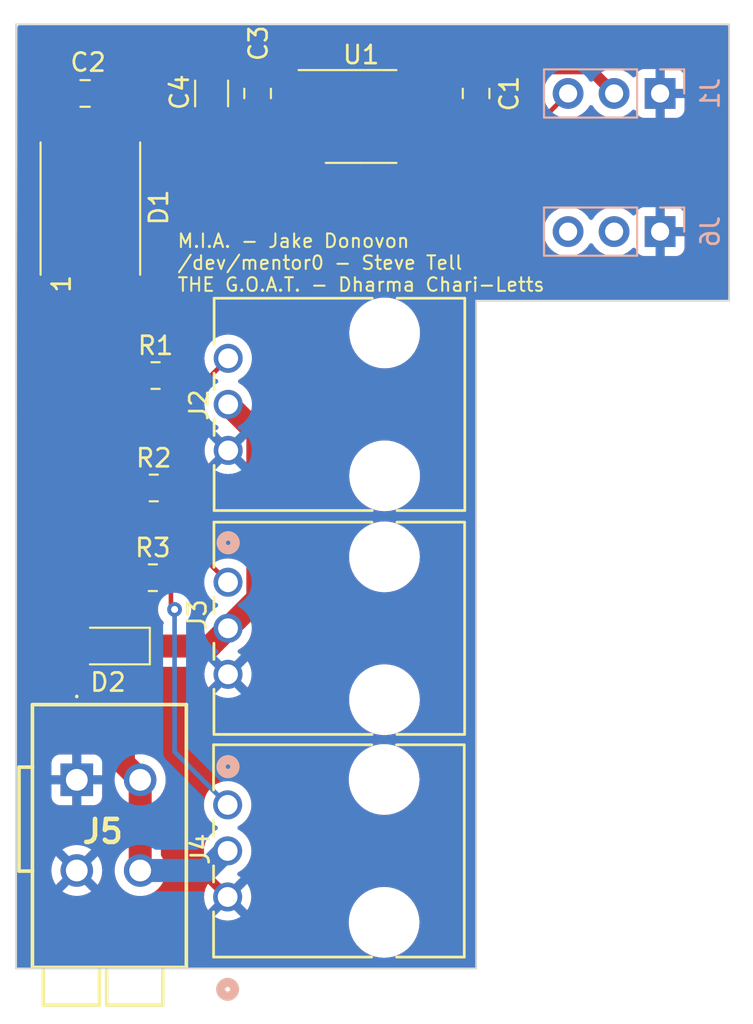
<source format=kicad_pcb>
(kicad_pcb (version 20221018) (generator pcbnew)
  (layers (0 "F.Cu" signal) (31 "B.Cu" signal) (34 "B.Paste" user) (35 "F.Paste" user) (36 "B.SilkS" user "B.Silkscreen") (37 "F.SilkS" user "F.Silkscreen") (38 "B.Mask" user) (39 "F.Mask" user) (44 "Edge.Cuts" user))
  (net 0 "")
  (net 1 "+6V")
  (net 2 "GND")
  (net 3 "+5V")
  (net 4 "Net-(D1-DOUT)")
  (net 5 "Net-(D1-DIN)")
  (net 6 "/Vled")
  (net 7 "Net-(J2-Pin_3)")
  (net 8 "Net-(J3-Pin_3)")
  (net 9 "Net-(J4-Pin_3)")
  (footprint "Capacitor_SMD:C_0805_2012Metric_Pad1.18x1.45mm_HandSolder" (layer "F.Cu") (at 118.11 53.34)
    (fp_text reference "C2" (at 0.165 -1.715) (layer "F.SilkS"))
    (fp_text value "1uF")
    (fp_line (start -0.261252 -0.735) (end 0.261252 -0.735) (stroke (width 0.12)) (layer "F.SilkS"))
    (fp_line (start -0.261252 0.735) (end 0.261252 0.735) (stroke (width 0.12)) (layer "F.SilkS"))
    (pad "1" smd roundrect (at -1.0375 0) (size 1.175 1.45) (layers "F.Cu" "F.Paste" "F.Mask") (roundrect_rratio 0.212766) (net 3 "+5V"))
    (pad "2" smd roundrect (at 1.0375 0) (size 1.175 1.45) (layers "F.Cu" "F.Paste" "F.Mask") (roundrect_rratio 0.212766) (net 2 "GND"))
  )
  (footprint "Capacitor_SMD:C_1206_3216Metric_Pad1.33x1.80mm_HandSolder" (layer "F.Cu") (at 125.095 53.34 -90)
    (fp_text reference "C4" (at -0.065 1.77 90) (layer "F.SilkS"))
    (fp_text value "100uF")
    (fp_line (start -0.711252 -0.91) (end 0.711252 -0.91) (stroke (width 0.12)) (layer "F.SilkS"))
    (fp_line (start -0.711252 0.91) (end 0.711252 0.91) (stroke (width 0.12)) (layer "F.SilkS"))
    (pad "1" smd roundrect (at -1.5625 0 270) (size 1.325 1.8) (layers "F.Cu" "F.Paste" "F.Mask") (roundrect_rratio 0.188679) (net 3 "+5V"))
    (pad "2" smd roundrect (at 1.5625 0 270) (size 1.325 1.8) (layers "F.Cu" "F.Paste" "F.Mask") (roundrect_rratio 0.188679) (net 2 "GND"))
  )
  (footprint "Resistor_SMD:R_0805_2012Metric_Pad1.20x1.40mm_HandSolder" (layer "F.Cu") (at 122 68.9)
    (fp_text reference "R1" (at 0 -1.65) (layer "F.SilkS"))
    (fp_text value "100")
    (fp_line (start -0.227064 -0.735) (end 0.227064 -0.735) (stroke (width 0.12)) (layer "F.SilkS"))
    (fp_line (start -0.227064 0.735) (end 0.227064 0.735) (stroke (width 0.12)) (layer "F.SilkS"))
    (pad "1" smd roundrect (at -1 0) (size 1.2 1.4) (layers "F.Cu" "F.Paste" "F.Mask") (roundrect_rratio 0.208333) (net 4 "Net-(D1-DOUT)"))
    (pad "2" smd roundrect (at 1 0) (size 1.2 1.4) (layers "F.Cu" "F.Paste" "F.Mask") (roundrect_rratio 0.208333) (net 7 "Net-(J2-Pin_3)"))
  )
  (footprint "Library:CONN_70555-0002_MOL" (layer "F.Cu") (at 126.009999 73.03 90)
    (fp_text reference "J2" (at 2.505 -1.609999 90 unlocked) (layer "F.SilkS"))
    (fp_text value "Conn_01x03")
    (fp_circle (center -5.0927 0) (end -4.7117 0) (stroke (width 0.508)) (fill none) (layer "B.SilkS"))
    (fp_line (start -3.3147 -0.777) (end -3.3147 7.95205) (stroke (width 0.1524)) (layer "F.SilkS"))
    (fp_line (start -3.3147 9.327951) (end -3.3147 13.066001) (stroke (width 0.1524)) (layer "F.SilkS"))
    (fp_line (start -3.3147 13.066001) (end 8.3947 13.066001) (stroke (width 0.1524)) (layer "F.SilkS"))
    (fp_line (start -0.824377 -0.777) (end -3.3147 -0.777) (stroke (width 0.1524)) (layer "F.SilkS"))
    (fp_line (start 1.715623 -0.777) (end 0.824377 -0.777) (stroke (width 0.1524)) (layer "F.SilkS"))
    (fp_line (start 4.255623 -0.777) (end 3.364377 -0.777) (stroke (width 0.1524)) (layer "F.SilkS"))
    (fp_line (start 8.3947 -0.777) (end 5.904377 -0.777) (stroke (width 0.1524)) (layer "F.SilkS"))
    (fp_line (start 8.3947 7.95205) (end 8.3947 -0.777) (stroke (width 0.1524)) (layer "F.SilkS"))
    (fp_line (start 8.3947 13.066001) (end 8.3947 9.327951) (stroke (width 0.1524)) (layer "F.SilkS"))
    (fp_circle (center -5.0927 0) (end -4.7117 0) (stroke (width 0.508)) (fill none) (layer "F.SilkS"))
    (pad "" np_thru_hole circle (at -1.4 8.640001 90) (size 3.4036 3.4036) (drill 3.4036) (layers "*.Cu" "*.Mask"))
    (pad "" np_thru_hole circle (at 6.48 8.640001 90) (size 3.4036 3.4036) (drill 3.4036) (layers "*.Cu" "*.Mask"))
    (pad "1" thru_hole circle (at 0 0 90) (size 1.6002 1.6002) (drill 1.0922) (layers "*.Cu" "*.Mask") (net 2 "GND"))
    (pad "2" thru_hole circle (at 2.54 0 90) (size 1.6002 1.6002) (drill 1.0922) (layers "*.Cu" "*.Mask") (net 6 "/Vled"))
    (pad "3" thru_hole circle (at 5.08 0 90) (size 1.6002 1.6002) (drill 1.0922) (layers "*.Cu" "*.Mask") (net 7 "Net-(J2-Pin_3)"))
  )
  (footprint "Resistor_SMD:R_0805_2012Metric_Pad1.20x1.40mm_HandSolder" (layer "F.Cu") (at 121.9 75.1)
    (fp_text reference "R2" (at 0 -1.65) (layer "F.SilkS"))
    (fp_text value "100")
    (fp_line (start -0.227064 -0.735) (end 0.227064 -0.735) (stroke (width 0.12)) (layer "F.SilkS"))
    (fp_line (start -0.227064 0.735) (end 0.227064 0.735) (stroke (width 0.12)) (layer "F.SilkS"))
    (pad "1" smd roundrect (at -1 0) (size 1.2 1.4) (layers "F.Cu" "F.Paste" "F.Mask") (roundrect_rratio 0.208333) (net 4 "Net-(D1-DOUT)"))
    (pad "2" smd roundrect (at 1 0) (size 1.2 1.4) (layers "F.Cu" "F.Paste" "F.Mask") (roundrect_rratio 0.208333) (net 8 "Net-(J3-Pin_3)"))
  )
  (footprint "Diode_SMD:D_PowerDI-123" (layer "F.Cu") (at 119.375 83.82 180)
    (fp_text reference "D2" (at 0 -2) (layer "F.SilkS"))
    (fp_text value "SBR3U60P1" hide)
    (fp_line (start -2.31 1.01) (end -2.31 -1.01) (stroke (width 0.12)) (layer "F.SilkS"))
    (fp_line (start -2.31 1.01) (end 1 1.01) (stroke (width 0.12)) (layer "F.SilkS"))
    (fp_line (start 1 -1.01) (end -2.31 -1.01) (stroke (width 0.12)) (layer "F.SilkS"))
    (pad "1" smd roundrect (at -0.85 0) (size 2.54 1.5) (layers "F.Cu" "F.Paste" "F.Mask") (roundrect_rratio 0.1666666667) (net 6 "/Vled"))
    (pad "2" smd roundrect (at 1.525 0) (size 1.27 1.5) (layers "F.Cu" "F.Paste" "F.Mask") (roundrect_rratio 0.2380952381) (net 2 "GND"))
  )
  (footprint "LED_SMD:LED_WS2812B_PLCC4_5.0x5.0mm_P3.2mm" (layer "F.Cu") (at 118.4 59.69 90)
    (fp_text reference "D1" (at 0.065 3.775 90) (layer "F.SilkS"))
    (fp_text value "WS2812B")
    (fp_text user "1" (at -4.15 -1.6 90) (layer "F.SilkS"))
    (fp_line (start -3.65 -2.75) (end 3.65 -2.75) (stroke (width 0.12)) (layer "F.SilkS"))
    (fp_line (start -3.65 2.75) (end 3.65 2.75) (stroke (width 0.12)) (layer "F.SilkS"))
    (pad "1" smd rect (at -2.45 -1.65 90) (size 2.286 0.9) (layers "F.Cu" "F.Paste" "F.Mask") (net 3 "+5V"))
    (pad "2" smd rect (at -2.45 1.65 90) (size 2.286 0.9) (layers "F.Cu" "F.Paste" "F.Mask") (net 4 "Net-(D1-DOUT)"))
    (pad "3" smd rect (at 2.45 1.65 90) (size 2.286 0.9) (layers "F.Cu" "F.Paste" "F.Mask") (net 2 "GND"))
    (pad "4" smd rect (at 2.45 -1.65 90) (size 2.286 0.9) (layers "F.Cu" "F.Paste" "F.Mask") (net 5 "Net-(D1-DIN)"))
  )
  (footprint "Resistor_SMD:R_0805_2012Metric_Pad1.20x1.40mm_HandSolder" (layer "F.Cu") (at 121.85 80.05)
    (fp_text reference "R3" (at 0 -1.65) (layer "F.SilkS"))
    (fp_text value "100" hide)
    (fp_line (start -0.227064 -0.735) (end 0.227064 -0.735) (stroke (width 0.12)) (layer "F.SilkS"))
    (fp_line (start -0.227064 0.735) (end 0.227064 0.735) (stroke (width 0.12)) (layer "F.SilkS"))
    (pad "1" smd roundrect (at -1 0) (size 1.2 1.4) (layers "F.Cu" "F.Paste" "F.Mask") (roundrect_rratio 0.208333) (net 4 "Net-(D1-DOUT)"))
    (pad "2" smd roundrect (at 1 0) (size 1.2 1.4) (layers "F.Cu" "F.Paste" "F.Mask") (roundrect_rratio 0.208333) (net 9 "Net-(J4-Pin_3)"))
  )
  (footprint "Library:CONN_70555-0002_MOL" (layer "F.Cu") (at 125.979999 97.66 90)
    (fp_text reference "J4" (at 2.635 -1.504999 90 unlocked) (layer "F.SilkS"))
    (fp_text value "Conn_01x03")
    (fp_circle (center -5.0927 0) (end -4.7117 0) (stroke (width 0.508)) (fill none) (layer "B.SilkS"))
    (fp_line (start -3.3147 -0.777) (end -3.3147 7.95205) (stroke (width 0.1524)) (layer "F.SilkS"))
    (fp_line (start -3.3147 9.327951) (end -3.3147 13.066001) (stroke (width 0.1524)) (layer "F.SilkS"))
    (fp_line (start -3.3147 13.066001) (end 8.3947 13.066001) (stroke (width 0.1524)) (layer "F.SilkS"))
    (fp_line (start -0.824377 -0.777) (end -3.3147 -0.777) (stroke (width 0.1524)) (layer "F.SilkS"))
    (fp_line (start 1.715623 -0.777) (end 0.824377 -0.777) (stroke (width 0.1524)) (layer "F.SilkS"))
    (fp_line (start 4.255623 -0.777) (end 3.364377 -0.777) (stroke (width 0.1524)) (layer "F.SilkS"))
    (fp_line (start 8.3947 -0.777) (end 5.904377 -0.777) (stroke (width 0.1524)) (layer "F.SilkS"))
    (fp_line (start 8.3947 7.95205) (end 8.3947 -0.777) (stroke (width 0.1524)) (layer "F.SilkS"))
    (fp_line (start 8.3947 13.066001) (end 8.3947 9.327951) (stroke (width 0.1524)) (layer "F.SilkS"))
    (fp_circle (center -5.0927 0) (end -4.7117 0) (stroke (width 0.508)) (fill none) (layer "F.SilkS"))
    (pad "" np_thru_hole circle (at -1.4 8.640001 90) (size 3.4036 3.4036) (drill 3.4036) (layers "*.Cu" "*.Mask"))
    (pad "" np_thru_hole circle (at 6.48 8.640001 90) (size 3.4036 3.4036) (drill 3.4036) (layers "*.Cu" "*.Mask"))
    (pad "1" thru_hole circle (at 0 0 90) (size 1.6002 1.6002) (drill 1.0922) (layers "*.Cu" "*.Mask") (net 2 "GND"))
    (pad "2" thru_hole circle (at 2.54 0 90) (size 1.6002 1.6002) (drill 1.0922) (layers "*.Cu" "*.Mask") (net 6 "/Vled"))
    (pad "3" thru_hole circle (at 5.08 0 90) (size 1.6002 1.6002) (drill 1.0922) (layers "*.Cu" "*.Mask") (net 9 "Net-(J4-Pin_3)"))
  )
  (footprint "Capacitor_SMD:C_0805_2012Metric_Pad1.18x1.45mm_HandSolder" (layer "F.Cu") (at 139.7 53.34 -90)
    (fp_text reference "C1" (at 0.01 -1.825 90) (layer "F.SilkS"))
    (fp_text value "1uF")
    (fp_line (start -0.261252 -0.735) (end 0.261252 -0.735) (stroke (width 0.12)) (layer "F.SilkS"))
    (fp_line (start -0.261252 0.735) (end 0.261252 0.735) (stroke (width 0.12)) (layer "F.SilkS"))
    (pad "1" smd roundrect (at -1.0375 0 270) (size 1.175 1.45) (layers "F.Cu" "F.Paste" "F.Mask") (roundrect_rratio 0.212766) (net 1 "+6V"))
    (pad "2" smd roundrect (at 1.0375 0 270) (size 1.175 1.45) (layers "F.Cu" "F.Paste" "F.Mask") (roundrect_rratio 0.212766) (net 2 "GND"))
  )
  (footprint "Package_SO:SOIC-8_3.9x4.9mm_P1.27mm" (layer "F.Cu") (at 133.35 54.61)
    (fp_text reference "U1" (at 0 -3.4) (layer "F.SilkS"))
    (fp_text value "LM2931-5.0_SO8")
    (fp_line (start 0 -2.56) (end -3.45 -2.56) (stroke (width 0.12)) (layer "F.SilkS"))
    (fp_line (start 0 -2.56) (end 1.95 -2.56) (stroke (width 0.12)) (layer "F.SilkS"))
    (fp_line (start 0 2.56) (end -1.95 2.56) (stroke (width 0.12)) (layer "F.SilkS"))
    (fp_line (start 0 2.56) (end 1.95 2.56) (stroke (width 0.12)) (layer "F.SilkS"))
    (pad "1" smd roundrect (at -2.475 -1.905) (size 1.95 0.6) (layers "F.Cu" "F.Paste" "F.Mask") (net 3 "+5V"))
    (pad "2" smd roundrect (at -2.475 -0.635) (size 1.95 0.6) (layers "F.Cu" "F.Paste" "F.Mask") (net 2 "GND"))
    (pad "3" smd roundrect (at -2.475 0.635) (size 1.95 0.6) (layers "F.Cu" "F.Paste" "F.Mask") (net 2 "GND"))
    (pad "4" smd roundrect (at -2.475 1.905) (size 1.95 0.6) (layers "F.Cu" "F.Paste" "F.Mask"))
    (pad "5" smd roundrect (at 2.475 1.905) (size 1.95 0.6) (layers "F.Cu" "F.Paste" "F.Mask"))
    (pad "6" smd roundrect (at 2.475 0.635) (size 1.95 0.6) (layers "F.Cu" "F.Paste" "F.Mask") (net 2 "GND"))
    (pad "7" smd roundrect (at 2.475 -0.635) (size 1.95 0.6) (layers "F.Cu" "F.Paste" "F.Mask") (net 2 "GND"))
    (pad "8" smd roundrect (at 2.475 -1.905) (size 1.95 0.6) (layers "F.Cu" "F.Paste" "F.Mask") (net 1 "+6V"))
  )
  (footprint "Library:CONN_70555-0002_MOL" (layer "F.Cu") (at 126 85.38 90)
    (fp_text reference "J3" (at 3.28 -1.7 90 unlocked) (layer "F.SilkS"))
    (fp_text value "Conn_01x03")
    (fp_circle (center -5.0927 0) (end -4.7117 0) (stroke (width 0.508)) (fill none) (layer "B.SilkS"))
    (fp_line (start -3.3147 -0.777) (end -3.3147 7.95205) (stroke (width 0.1524)) (layer "F.SilkS"))
    (fp_line (start -3.3147 9.327951) (end -3.3147 13.066001) (stroke (width 0.1524)) (layer "F.SilkS"))
    (fp_line (start -3.3147 13.066001) (end 8.3947 13.066001) (stroke (width 0.1524)) (layer "F.SilkS"))
    (fp_line (start -0.824377 -0.777) (end -3.3147 -0.777) (stroke (width 0.1524)) (layer "F.SilkS"))
    (fp_line (start 1.715623 -0.777) (end 0.824377 -0.777) (stroke (width 0.1524)) (layer "F.SilkS"))
    (fp_line (start 4.255623 -0.777) (end 3.364377 -0.777) (stroke (width 0.1524)) (layer "F.SilkS"))
    (fp_line (start 8.3947 -0.777) (end 5.904377 -0.777) (stroke (width 0.1524)) (layer "F.SilkS"))
    (fp_line (start 8.3947 7.95205) (end 8.3947 -0.777) (stroke (width 0.1524)) (layer "F.SilkS"))
    (fp_line (start 8.3947 13.066001) (end 8.3947 9.327951) (stroke (width 0.1524)) (layer "F.SilkS"))
    (fp_circle (center -5.0927 0) (end -4.7117 0) (stroke (width 0.508)) (fill none) (layer "F.SilkS"))
    (pad "" np_thru_hole circle (at -1.4 8.640001 90) (size 3.4036 3.4036) (drill 3.4036) (layers "*.Cu" "*.Mask"))
    (pad "" np_thru_hole circle (at 6.48 8.640001 90) (size 3.4036 3.4036) (drill 3.4036) (layers "*.Cu" "*.Mask"))
    (pad "1" thru_hole circle (at 0 0 90) (size 1.6002 1.6002) (drill 1.0922) (layers "*.Cu" "*.Mask") (net 2 "GND"))
    (pad "2" thru_hole circle (at 2.54 0 90) (size 1.6002 1.6002) (drill 1.0922) (layers "*.Cu" "*.Mask") (net 6 "/Vled"))
    (pad "3" thru_hole circle (at 5.08 0 90) (size 1.6002 1.6002) (drill 1.0922) (layers "*.Cu" "*.Mask") (net 8 "Net-(J3-Pin_3)"))
  )
  (footprint "Library:26011102" (layer "F.Cu") (at 117.65 91.2)
    (fp_text reference "J5" (at 1.43 2.85) (layer "F.SilkS") (effects (font (size 1.27 1.27) (thickness 0.254))))
    (fp_text value "Conn_01x02" hide)
    (fp_line (start -3.19 -0.7) (end -3.19 5.034) (stroke (width 0.2)) (layer "F.SilkS"))
    (fp_line (start -3.19 5.034) (end -2.44 5.034) (stroke (width 0.2)) (layer "F.SilkS"))
    (fp_line (start -2.45 -4.15) (end 6.05 -4.15) (stroke (width 0.2)) (layer "F.SilkS"))
    (fp_line (start -2.45 10.35) (end -2.45 -4.15) (stroke (width 0.2)) (layer "F.SilkS"))
    (fp_line (start -2.44 -0.7) (end -3.19 -0.7) (stroke (width 0.2)) (layer "F.SilkS"))
    (fp_line (start -1.85 10.35) (end -1.85 12.425) (stroke (width 0.2)) (layer "F.SilkS"))
    (fp_line (start -1.85 12.425) (end 1.25 12.425) (stroke (width 0.2)) (layer "F.SilkS"))
    (fp_line (start 0 -4.65) (end 0 -4.65) (stroke (width 0.1)) (layer "F.SilkS"))
    (fp_line (start 0 -4.55) (end 0 -4.55) (stroke (width 0.1)) (layer "F.SilkS"))
    (fp_line (start 1.25 12.425) (end 1.25 10.35) (stroke (width 0.2)) (layer "F.SilkS"))
    (fp_line (start 1.65 10.35) (end 1.65 12.425) (stroke (width 0.2)) (layer "F.SilkS"))
    (fp_line (start 1.65 12.425) (end 4.75 12.425) (stroke (width 0.2)) (layer "F.SilkS"))
    (fp_line (start 4.75 12.425) (end 4.75 10.35) (stroke (width 0.2)) (layer "F.SilkS"))
    (fp_line (start 6.05 -4.15) (end 6.05 10.35) (stroke (width 0.2)) (layer "F.SilkS"))
    (fp_line (start 6.05 10.35) (end -2.45 10.35) (stroke (width 0.2)) (layer "F.SilkS"))
    (fp_arc (start 0 -4.65) (mid 0.05 -4.6) (end 0 -4.55) (stroke (width 0.1)) (layer "F.SilkS"))
    (fp_arc (start 0 -4.55) (mid -0.05 -4.6) (end 0 -4.65) (stroke (width 0.1)) (layer "F.SilkS"))
    (pad "1" thru_hole rect (at 0 0) (size 1.8 1.8) (drill 1.2) (layers "*.Cu" "*.Mask") (net 2 "GND"))
    (pad "1" thru_hole circle (at 0 5) (size 1.8 1.8) (drill 1.2) (layers "*.Cu" "*.Mask") (net 2 "GND"))
    (pad "2" thru_hole circle (at 3.5 0) (size 1.8 1.8) (drill 1.2) (layers "*.Cu" "*.Mask") (net 6 "/Vled"))
    (pad "2" thru_hole circle (at 3.5 5) (size 1.8 1.8) (drill 1.2) (layers "*.Cu" "*.Mask") (net 6 "/Vled"))
  )
  (footprint "Capacitor_SMD:C_0805_2012Metric_Pad1.18x1.45mm_HandSolder" (layer "F.Cu") (at 127.635 53.34 -90)
    (fp_text reference "C3" (at -2.765 -0.04 90) (layer "F.SilkS"))
    (fp_text value "1uF")
    (fp_line (start -0.261252 -0.735) (end 0.261252 -0.735) (stroke (width 0.12)) (layer "F.SilkS"))
    (fp_line (start -0.261252 0.735) (end 0.261252 0.735) (stroke (width 0.12)) (layer "F.SilkS"))
    (pad "1" smd roundrect (at -1.0375 0 270) (size 1.175 1.45) (layers "F.Cu" "F.Paste" "F.Mask") (roundrect_rratio 0.212766) (net 3 "+5V"))
    (pad "2" smd roundrect (at 1.0375 0 270) (size 1.175 1.45) (layers "F.Cu" "F.Paste" "F.Mask") (roundrect_rratio 0.212766) (net 2 "GND"))
  )
  (footprint "Connector_PinSocket_2.54mm:PinSocket_1x03_P2.54mm_Vertical" (layer "B.Cu") (at 149.86 53.34 90)
    (fp_text reference "J1" (at 0 2.77 90) (layer "B.SilkS") (effects (justify mirror)))
    (fp_text value "Conn_01x03")
    (fp_line (start -1.33 -6.41) (end 1.33 -6.41) (stroke (width 0.12)) (layer "B.SilkS"))
    (fp_line (start -1.33 -1.27) (end -1.33 -6.41) (stroke (width 0.12)) (layer "B.SilkS"))
    (fp_line (start -1.33 -1.27) (end 1.33 -1.27) (stroke (width 0.12)) (layer "B.SilkS"))
    (fp_line (start 0 1.33) (end 1.33 1.33) (stroke (width 0.12)) (layer "B.SilkS"))
    (fp_line (start 1.33 -1.27) (end 1.33 -6.41) (stroke (width 0.12)) (layer "B.SilkS"))
    (fp_line (start 1.33 1.33) (end 1.33 0) (stroke (width 0.12)) (layer "B.SilkS"))
    (pad "1" thru_hole rect locked (at 0 0 90) (size 1.7 1.7) (drill 1) (layers "*.Cu" "*.Mask") (net 2 "GND"))
    (pad "2" thru_hole oval locked (at 0 -2.54 90) (size 1.7 1.7) (drill 1) (layers "*.Cu" "*.Mask") (net 1 "+6V"))
    (pad "3" thru_hole oval locked (at 0 -5.08 90) (size 1.7 1.7) (drill 1) (layers "*.Cu" "*.Mask") (net 5 "Net-(D1-DIN)"))
  )
  (footprint "Connector_PinSocket_2.54mm:PinSocket_1x03_P2.54mm_Vertical" (layer "B.Cu") (at 149.86 60.96 90)
    (fp_text reference "J6" (at 0 2.77 90) (layer "B.SilkS") (effects (justify mirror)))
    (fp_text value "Conn_01x03")
    (fp_line (start -1.33 -6.41) (end 1.33 -6.41) (stroke (width 0.12)) (layer "B.SilkS"))
    (fp_line (start -1.33 -1.27) (end -1.33 -6.41) (stroke (width 0.12)) (layer "B.SilkS"))
    (fp_line (start -1.33 -1.27) (end 1.33 -1.27) (stroke (width 0.12)) (layer "B.SilkS"))
    (fp_line (start 0 1.33) (end 1.33 1.33) (stroke (width 0.12)) (layer "B.SilkS"))
    (fp_line (start 1.33 -1.27) (end 1.33 -6.41) (stroke (width 0.12)) (layer "B.SilkS"))
    (fp_line (start 1.33 1.33) (end 1.33 0) (stroke (width 0.12)) (layer "B.SilkS"))
    (pad "1" thru_hole rect locked (at 0 0 90) (size 1.7 1.7) (drill 1) (layers "*.Cu" "*.Mask") (net 2 "GND"))
    (pad "2" thru_hole oval locked (at 0 -2.54 90) (size 1.7 1.7) (drill 1) (layers "*.Cu" "*.Mask"))
    (pad "3" thru_hole oval locked (at 0 -5.08 90) (size 1.7 1.7) (drill 1) (layers "*.Cu" "*.Mask"))
  )
  (gr_line locked (start 153.67 49.53) (end 114.3 49.53) (stroke (width 0.1)) (layer "Edge.Cuts"))
  (gr_line locked (start 153.67 64.77) (end 153.67 49.53) (stroke (width 0.1)) (layer "Edge.Cuts"))
  (gr_line locked (start 139.7 64.77) (end 153.67 64.77) (stroke (width 0.1)) (layer "Edge.Cuts"))
  (gr_line locked (start 139.7 101.6) (end 139.7 64.77) (stroke (width 0.1)) (layer "Edge.Cuts"))
  (gr_line locked (start 114.3 101.6) (end 139.7 101.6) (stroke (width 0.1)) (layer "Edge.Cuts"))
  (gr_line locked (start 114.3 49.53) (end 114.3 101.6) (stroke (width 0.1)) (layer "Edge.Cuts"))
  (gr_text "M.I.A. - Jake Donovon\n/dev/mentor0 - Steve Tell\nTHE G.O.A.T. - Dharma Chari-Letts\n" (at 123.15 64.325) (layer "F.SilkS") (effects (font (size 0.75 0.75) (thickness 0.1125)) (justify left bottom)))
  (segment (start 140.0332 51.9693) (end 139.7 52.3025) (width 0.635) (layer "F.Cu") (net 1))
  (segment (start 135.825 52.705) (end 139.2975 52.705) (width 0.635) (layer "F.Cu") (net 1))
  (segment (start 139.2975 52.705) (end 139.7 52.3025) (width 0.635) (layer "F.Cu") (net 1))
  (segment (start 145.9493 51.9693) (end 140.0332 51.9693) (width 0.635) (layer "F.Cu") (net 1))
  (segment (start 147.32 53.34) (end 145.9493 51.9693) (width 0.635) (layer "F.Cu") (net 1))
  (segment (start 117.7207 61.1693) (end 116.75 62.14) (width 0.635) (layer "F.Cu") (net 3))
  (segment (start 125.095 51.7775) (end 118.635 51.7775) (width 0.635) (layer "F.Cu") (net 3))
  (segment (start 118.635 51.7775) (end 117.0725 53.34) (width 0.635) (layer "F.Cu") (net 3))
  (segment (start 127.635 52.3025) (end 125.62 52.3025) (width 0.635) (layer "F.Cu") (net 3))
  (segment (start 130.875 52.705) (end 128.0375 52.705) (width 0.635) (layer "F.Cu") (net 3))
  (segment (start 128.0375 52.705) (end 127.635 52.3025) (width 0.635) (layer "F.Cu") (net 3))
  (segment (start 117.7207 53.9882) (end 117.7207 61.1693) (width 0.635) (layer "F.Cu") (net 3))
  (segment (start 125.62 52.3025) (end 125.095 51.7775) (width 0.635) (layer "F.Cu") (net 3))
  (segment (start 117.0725 53.34) (end 117.7207 53.9882) (width 0.635) (layer "F.Cu") (net 3))
  (segment (start 120.9 80) (end 120.85 80.05) (width 0.254) (layer "F.Cu") (net 4))
  (segment (start 121 75) (end 120.9 75.1) (width 0.254) (layer "F.Cu") (net 4))
  (segment (start 121 68.9) (end 121 75) (width 0.254) (layer "F.Cu") (net 4))
  (segment (start 120.05 62.14) (end 120.05 67.95) (width 0.254) (layer "F.Cu") (net 4))
  (segment (start 120.9 75.1) (end 120.9 80) (width 0.254) (layer "F.Cu") (net 4))
  (segment (start 120.05 67.95) (end 121 68.9) (width 0.254) (layer "F.Cu") (net 4))
  (segment (start 116.75 57.24) (end 116.1548 56.6448) (width 0.254) (layer "F.Cu") (net 5))
  (segment (start 132.1802 52.351938) (end 132.1802 54.882338) (width 0.254) (layer "F.Cu") (net 5))
  (segment (start 132.1802 54.882338) (end 134.537862 57.24) (width 0.254) (layer "F.Cu") (net 5))
  (segment (start 116.1548 56.6448) (end 116.1548 52.617746) (width 0.254) (layer "F.Cu") (net 5))
  (segment (start 134.537862 57.24) (end 140.88 57.24) (width 0.254) (layer "F.Cu") (net 5))
  (segment (start 140.88 57.24) (end 144.78 53.34) (width 0.254) (layer "F.Cu") (net 5))
  (segment (start 130.613062 50.7848) (end 132.1802 52.351938) (width 0.254) (layer "F.Cu") (net 5))
  (segment (start 117.987746 50.7848) (end 130.613062 50.7848) (width 0.254) (layer "F.Cu") (net 5))
  (segment (start 116.1548 52.617746) (end 117.987746 50.7848) (width 0.254) (layer "F.Cu") (net 5))
  (segment (start 121.15 91.2) (end 121.15 96.2) (width 1.27) (layer "F.Cu") (net 6))
  (segment (start 120.225 90.275) (end 121.15 91.2) (width 1.27) (layer "F.Cu") (net 6))
  (segment (start 120.225 83.82) (end 125.02 83.82) (width 1.27) (layer "F.Cu") (net 6))
  (segment (start 120.225 83.82) (end 120.225 90.275) (width 1.27) (layer "F.Cu") (net 6))
  (segment (start 125.02 83.82) (end 126 82.84) (width 1.27) (layer "F.Cu") (net 6))
  (segment (start 127.648299 72.1283) (end 127.648299 81.191701) (width 1.27) (layer "F.Cu") (net 6))
  (segment (start 126.009999 70.49) (end 127.648299 72.1283) (width 1.27) (layer "F.Cu") (net 6))
  (segment (start 127.648299 81.191701) (end 126 82.84) (width 1.27) (layer "F.Cu") (net 6))
  (segment (start 121.15 96.2) (end 124.78 96.2) (width 1.27) (layer "B.Cu") (net 6))
  (segment (start 124.78 96.2) (end 125.73 95.25) (width 1.27) (layer "B.Cu") (net 6))
  (segment (start 126.009999 67.95) (end 126.034999 67.925) (width 0.254) (layer "F.Cu") (net 7))
  (segment (start 125.059999 68.9) (end 126.009999 67.95) (width 0.254) (layer "F.Cu") (net 7))
  (segment (start 123 68.9) (end 125.059999 68.9) (width 0.254) (layer "F.Cu") (net 7))
  (segment (start 126.034999 67.925) (end 126.15 67.925) (width 0.254) (layer "F.Cu") (net 7))
  (segment (start 122.9 75.1) (end 122.9 77.2) (width 0.254) (layer "F.Cu") (net 8))
  (segment (start 122.9 77.2) (end 126 80.3) (width 0.254) (layer "F.Cu") (net 8))
  (segment (start 122.85 80.05) (end 122.85 81.6) (width 0.254) (layer "F.Cu") (net 9))
  (segment (start 122.85 81.6) (end 123.05 81.8) (width 0.254) (layer "F.Cu") (net 9))
  (via (at 123.05 81.8) (size 0.8128) (drill 0.381) (layers "F.Cu" "B.Cu") (net 9))
  (segment (start 123.05 81.8) (end 123.05 89.650001) (width 0.254) (layer "B.Cu") (net 9))
  (segment (start 123.05 89.650001) (end 125.979999 92.58) (width 0.254) (layer "B.Cu") (net 9))
  (zone (net 2) (net_name "GND") (layers "F&B.Cu") (connect_pads (clearance 0.508)) (min_thickness 0.25) (fill yes (thermal_gap 0.5) (thermal_bridge_width 0.5))
    (polygon (pts (xy 139.675 101.45) (xy 139.7 64.775) (xy 153.625 64.825) (xy 153.625 49.55) (xy 114.375 49.575) (xy 114.3 101.575) (xy 139.7 101.6)))
  )
)
</source>
